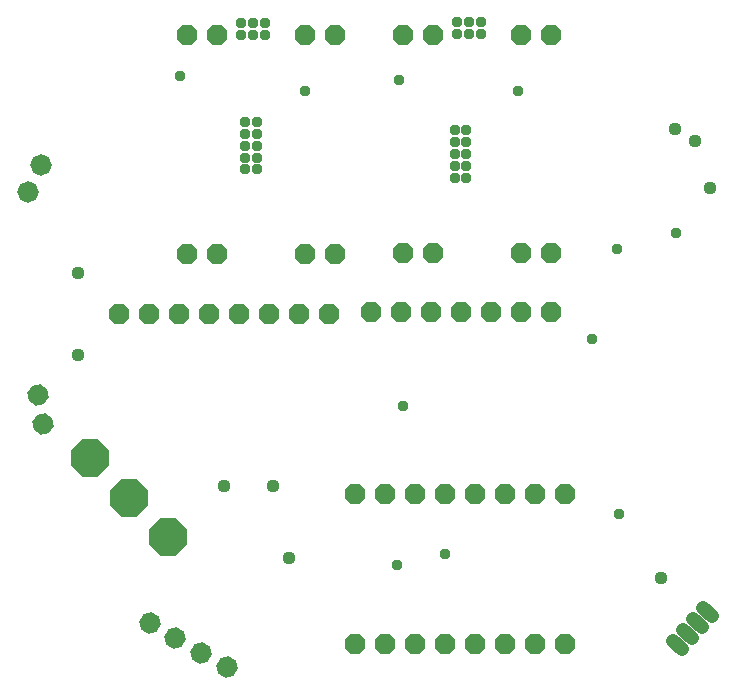
<source format=gbr>
G04 EAGLE Gerber RS-274X export*
G75*
%MOMM*%
%FSLAX34Y34*%
%LPD*%
%INSoldermask Bottom*%
%IPPOS*%
%AMOC8*
5,1,8,0,0,1.08239X$1,22.5*%
G01*
%ADD10P,3.467112X8X247.500000*%
%ADD11P,1.869504X8X292.500000*%
%ADD12P,1.869504X8X202.500000*%
%ADD13P,1.852186X8X267.500000*%
%ADD14P,1.852186X8X352.500000*%
%ADD15P,1.869504X8X112.500000*%
%ADD16C,1.211200*%
%ADD17P,1.852186X8X302.500000*%
%ADD18C,1.109600*%
%ADD19C,0.959600*%


D10*
X333234Y326766D03*
X300000Y360000D03*
X266766Y393234D03*
D11*
X349100Y751700D03*
X374500Y751700D03*
X449100Y751700D03*
X474500Y751700D03*
X474500Y566700D03*
X449100Y566700D03*
X374500Y566700D03*
X349100Y566700D03*
X531531Y751934D03*
X556931Y751934D03*
X631531Y751934D03*
X656931Y751934D03*
X656931Y566934D03*
X631531Y566934D03*
X556931Y566934D03*
X531531Y566934D03*
D12*
X657400Y517000D03*
X632000Y517000D03*
X606600Y517000D03*
X581200Y517000D03*
X555800Y517000D03*
X530400Y517000D03*
X505000Y517000D03*
D11*
X367300Y515800D03*
X392700Y515800D03*
X418100Y515800D03*
X443500Y515800D03*
X468900Y515800D03*
X341900Y515800D03*
X316500Y515800D03*
X291100Y515800D03*
D13*
X214717Y618671D03*
X225283Y641329D03*
D14*
X382476Y216250D03*
X360825Y228750D03*
X339175Y241250D03*
X317524Y253750D03*
D15*
X668900Y236500D03*
X643500Y236500D03*
X618100Y236500D03*
X592700Y236500D03*
X567300Y236500D03*
X541900Y236500D03*
X516500Y236500D03*
X491100Y236500D03*
X668900Y363500D03*
X643500Y363500D03*
X618100Y363500D03*
X592700Y363500D03*
X567300Y363500D03*
X541900Y363500D03*
X516500Y363500D03*
X491100Y363500D03*
D16*
X785895Y266795D02*
X793386Y260050D01*
X785022Y250761D02*
X777531Y257506D01*
X769167Y248217D02*
X776658Y241472D01*
X768293Y232183D02*
X760803Y238927D01*
D17*
X227171Y422690D03*
X222829Y447310D03*
D18*
X762000Y672000D03*
X422000Y370000D03*
X380000Y370000D03*
D19*
X692000Y494000D03*
X343000Y717000D03*
X449000Y704000D03*
X528731Y713934D03*
X629431Y703934D03*
X408000Y658000D03*
X408000Y678000D03*
X408000Y668000D03*
X408000Y648000D03*
X408000Y638000D03*
X398000Y678000D03*
X398000Y668000D03*
X398000Y658000D03*
X398000Y648000D03*
X398000Y638000D03*
X415000Y762000D03*
X415000Y752000D03*
X405000Y752000D03*
X405000Y762000D03*
X395000Y752000D03*
X395000Y762000D03*
X585431Y650934D03*
X585431Y670934D03*
X585431Y660934D03*
X585431Y640934D03*
X585431Y630934D03*
X575431Y670934D03*
X575431Y660934D03*
X575431Y650934D03*
X575431Y640934D03*
X575431Y630934D03*
X597431Y762934D03*
X597431Y752934D03*
X587431Y752934D03*
X587431Y762934D03*
X577431Y752934D03*
X577431Y762934D03*
D18*
X779000Y662000D03*
X435000Y309000D03*
X256500Y481000D03*
X256500Y550000D03*
D19*
X715000Y346000D03*
X763000Y584000D03*
D18*
X792000Y622000D03*
X750000Y292000D03*
D19*
X713000Y571000D03*
X567000Y312000D03*
X526351Y302649D03*
X532000Y438000D03*
M02*

</source>
